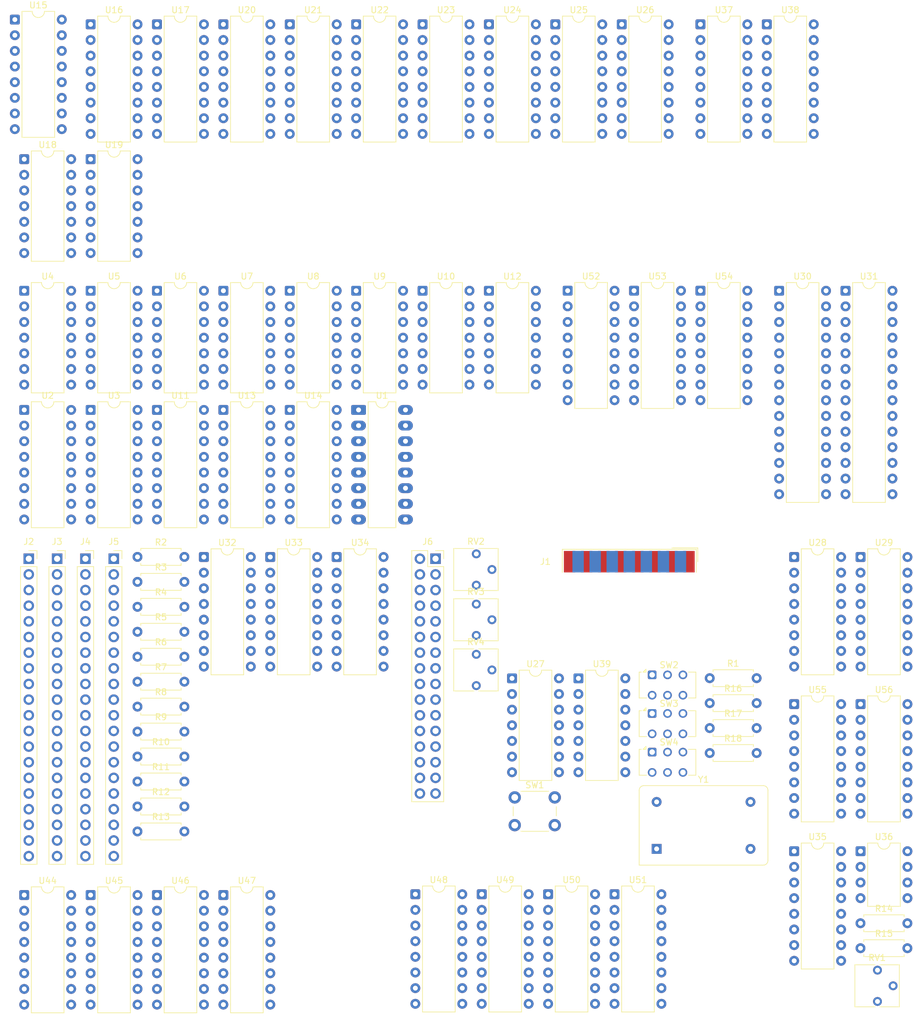
<source format=kicad_pcb>
(kicad_pcb (version 20241229) (generator "pcbnew") (generator_version "9.0")
  (layers (0 "F.Cu" signal) (2 "B.Cu" signal) (13 "F.Paste" user) (15 "B.Paste" user) (5 "F.SilkS" user "F.Silkscreen") (7 "B.SilkS" user "B.Silkscreen") (1 "F.Mask" user) (3 "B.Mask" user) (25 "Edge.Cuts" user))
  (net 0 "")
  (net 3 "GND")
  (net 4 "/VGA_B")
  (net 5 "/v_sync")
  (net 6 "/VGA_G")
  (net 8 "/h_sync")
  (net 11 "/VGA_R")
  (net 12 "Net-(J2-Pin_10)")
  (net 13 "Net-(J2-Pin_6)")
  (net 14 "+5V")
  (net 15 "Net-(J2-Pin_15)")
  (net 16 "Net-(J2-Pin_13)")
  (net 17 "Net-(J2-Pin_1)")
  (net 18 "Net-(J2-Pin_9)")
  (net 19 "Net-(J2-Pin_18)")
  (net 20 "Net-(J2-Pin_17)")
  (net 21 "Net-(J2-Pin_8)")
  (net 22 "Net-(J2-Pin_4)")
  (net 23 "Net-(J2-Pin_7)")
  (net 24 "Net-(J2-Pin_12)")
  (net 25 "Net-(J2-Pin_11)")
  (net 26 "Net-(J2-Pin_3)")
  (net 27 "Net-(J2-Pin_5)")
  (net 28 "Net-(J2-Pin_16)")
  (net 29 "Net-(J2-Pin_2)")
  (net 30 "Net-(J2-Pin_19)")
  (net 31 "Net-(J2-Pin_14)")
  (net 32 "Net-(J3-Pin_19)")
  (net 33 "/RAM_module/ext_graphics_source/data_srclk")
  (net 34 "Net-(J3-Pin_8)")
  (net 35 "Net-(J3-Pin_5)")
  (net 36 "Net-(J3-Pin_11)")
  (net 37 "Net-(J3-Pin_7)")
  (net 38 "Net-(J3-Pin_6)")
  (net 39 "/RAM_module/ext_graphics_source/i_addr_ser")
  (net 40 "/RAM_module/ext_graphics_source/data_~{srclr}")
  (net 41 "Net-(J3-Pin_9)")
  (net 42 "Net-(J3-Pin_2)")
  (net 43 "Net-(J3-Pin_3)")
  (net 44 "/RAM_module/ext_graphics_source/data_rclk")
  (net 45 "Net-(J3-Pin_10)")
  (net 46 "/RAM_module/ext_graphics_source/data_ser")
  (net 47 "/RAM_module/ext_graphics_source/j_addr_ser")
  (net 48 "Net-(J3-Pin_12)")
  (net 49 "Net-(J3-Pin_1)")
  (net 50 "Net-(J3-Pin_4)")
  (net 51 "/j_addr_2")
  (net 52 "/is_h_vis_area")
  (net 53 "/is_vis_area")
  (net 54 "/eo_frame")
  (net 55 "/j_addr_0")
  (net 56 "/ext_R")
  (net 57 "/ext_B")
  (net 58 "/i_addr2")
  (net 59 "/int_brightness")
  (net 60 "/j_addr_1")
  (net 61 "/i_addr6")
  (net 62 "/i_addr7")
  (net 63 "/j_addr_3")
  (net 64 "/ext_G")
  (net 65 "/i_addr5")
  (net 66 "/j_addr_4")
  (net 67 "/i_addr4")
  (net 68 "/eo_line")
  (net 69 "/j_addr_7")
  (net 70 "/i_addr1")
  (net 71 "/is_v_vis_area")
  (net 72 "/i_addr3")
  (net 73 "/j_addr_5")
  (net 74 "/j_addr_6")
  (net 75 "/i_addr0")
  (net 76 "/horizontal_counter/manual_rst")
  (net 77 "Net-(U35-I_OUT1)")
  (net 78 "Net-(U36A--)")
  (net 80 "Net-(SW2A-B)")
  (net 82 "Net-(SW3A-B)")
  (net 85 "Net-(SW4A-B)")
  (net 86 "/horizontal_counter/bit_3")
  (net 87 "Net-(U1-TC)")
  (net 88 "/horizontal_counter/~{rst}")
  (net 89 "/horizontal_counter/bit_1")
  (net 90 "/horizontal_counter/CLK")
  (net 91 "/horizontal_counter/bit_2")
  (net 92 "/horizontal_counter/bit_0")
  (net 93 "Net-(U2-TC)")
  (net 94 "/horizontal_counter/bit_6")
  (net 95 "/horizontal_counter/bit_7")
  (net 96 "/horizontal_counter/bit_4")
  (net 97 "/horizontal_counter/bit_5")
  (net 99 "/horizontal_counter/bit_8")
  (net 103 "/horizontal_counter/~{bit_5}")
  (net 104 "/horizontal_counter/~{bit_0}")
  (net 105 "/horizontal_counter/~{bit_2}")
  (net 106 "/horizontal_counter/~{bit_3}")
  (net 107 "/horizontal_counter/~{bit_1}")
  (net 108 "/horizontal_counter/~{bit_4}")
  (net 109 "/horizontal_counter/~{bit_7}")
  (net 110 "/horizontal_counter/rst")
  (net 111 "/horizontal_counter/~{bit_6}")
  (net 112 "Net-(U5-Pad13)")
  (net 113 "/horizontal_counter/eo_vis_200")
  (net 114 "Net-(U5-Pad11)")
  (net 115 "/horizontal_counter/~{bit_8}")
  (net 116 "Net-(U10-Pad3)")
  (net 117 "Net-(U10-Pad1)")
  (net 118 "/horizontal_counter/~{eo_line}")
  (net 119 "/vertical_counter/bit_0")
  (net 120 "/vertical_counter/bit_2")
  (net 121 "/horizontal_counter/eo_syncp_242")
  (net 122 "/vertical_counter/~{bit_1}")
  (net 123 "/horizontal_counter/eo_fporch_210")
  (net 124 "/vertical_counter/~{bit_2}")
  (net 125 "/vertical_counter/~{bit_0}")
  (net 126 "/vertical_counter/bit_1")
  (net 127 "Net-(U11A-J)")
  (net 129 "/horizontal_counter/~{is_h_vis_area}")
  (net 130 "/horizontal_counter/~{CLK}")
  (net 131 "/vertical_counter/eo_fporch_601")
  (net 132 "Net-(U24A-J)")
  (net 133 "/vertical_counter/rst")
  (net 134 "/vertical_counter/eo_syncp_605")
  (net 135 "/j_addr3")
  (net 136 "/j_addr0")
  (net 137 "/j_addr2")
  (net 138 "/j_addr1")
  (net 139 "/j_addr5")
  (net 140 "/j_addr7")
  (net 141 "/j_addr4")
  (net 142 "/j_addr6")
  (net 143 "Net-(U15-TC)")
  (net 145 "/vertical_counter/bit_3")
  (net 146 "/vertical_counter/bit_6")
  (net 147 "/vertical_counter/bit_4")
  (net 148 "/vertical_counter/bit_5")
  (net 150 "Net-(U16-TC)")
  (net 151 "/vertical_counter/bit_7")
  (net 152 "/vertical_counter/bit_9")
  (net 157 "/vertical_counter/bit_8")
  (net 158 "/vertical_counter/~{bit_3}")
  (net 159 "/vertical_counter/~{bit_4}")
  (net 160 "/vertical_counter/~{bit_6}")
  (net 161 "/vertical_counter/~{bit_8}")
  (net 162 "/vertical_counter/~{bit_7}")
  (net 163 "/vertical_counter/~{bit_5}")
  (net 164 "Net-(U19-Pad3)")
  (net 165 "Net-(U19-Pad9)")
  (net 166 "Net-(U19-Pad5)")
  (net 167 "/vertical_counter/~{rst}")
  (net 168 "/vertical_counter/~{bit_9}")
  (net 169 "/vertical_counter/eo_vis_600")
  (net 170 "Net-(U19-Pad11)")
  (net 172 "/vertical_counter/~{is_v_vis_area}")
  (net 184 "/RAM_module/RAM_state_controller/RAM0_~{CE}")
  (net 185 "/RAM_module/RAM_bus_mux/rbit_0")
  (net 186 "/RAM_module/RAM_bus_mux/w_j_addr0")
  (net 187 "/RAM_module/RAM_state_controller/RAM0_~{WE}")
  (net 188 "/RAM_module/RAM_state_controller/RAM1_~{WE}")
  (net 189 "/RAM_module/RAM_state_controller/RAM1_~{CE}")
  (net 190 "/RAM_module/RAM0_a10")
  (net 191 "/RAM_module/RAM0_a9")
  (net 192 "/RAM_module/RAM0_a7")
  (net 193 "/RAM_module/RAM0_d4")
  (net 194 "/RAM_module/RAM0_a6")
  (net 195 "/RAM_module/RAM0_a0")
  (net 196 "/RAM_module/RAM0_a13")
  (net 197 "/RAM_module/RAM0_a8")
  (net 198 "/RAM_module/RAM0_a12")
  (net 199 "/RAM_module/RAM0_a1")
  (net 200 "/RAM_module/RAM0_d5")
  (net 201 "/RAM_module/RAM0_a11")
  (net 202 "/RAM_module/RAM0_d6")
  (net 203 "/RAM_module/RAM0_d7")
  (net 204 "/RAM_module/RAM0_d2")
  (net 205 "/RAM_module/RAM0_d3")
  (net 206 "/RAM_module/RAM0_a14")
  (net 207 "/RAM_module/RAM0_a3")
  (net 208 "/RAM_module/RAM0_d0")
  (net 209 "/RAM_module/RAM0_a5")
  (net 210 "/RAM_module/RAM0_a2")
  (net 211 "/RAM_module/RAM0_d1")
  (net 212 "/RAM_module/RAM0_a4")
  (net 213 "/RAM_module/RAM1_d7")
  (net 214 "/RAM_module/RAM1_d5")
  (net 215 "/RAM_module/RAM1_a6")
  (net 216 "/RAM_module/RAM1_a11")
  (net 217 "/RAM_module/RAM1_d3")
  (net 218 "/RAM_module/RAM1_d1")
  (net 219 "/RAM_module/RAM1_a10")
  (net 220 "/RAM_module/RAM1_d6")
  (net 221 "/RAM_module/RAM1_a5")
  (net 222 "/RAM_module/RAM1_a7")
  (net 223 "/RAM_module/RAM1_a14")
  (net 224 "/RAM_module/RAM1_a2")
  (net 225 "/RAM_module/RAM1_d4")
  (net 226 "/RAM_module/RAM1_d0")
  (net 227 "/RAM_module/RAM1_a1")
  (net 228 "/RAM_module/RAM1_a3")
  (net 229 "/RAM_module/RAM1_a0")
  (net 230 "/RAM_module/RAM1_a4")
  (net 231 "/RAM_module/RAM1_a12")
  (net 232 "/RAM_module/RAM1_a13")
  (net 233 "/RAM_module/RAM1_d2")
  (net 234 "/RAM_module/RAM1_a8")
  (net 235 "/RAM_module/RAM1_a9")
  (net 236 "/RAM_module/RAM_bus_mux/15bit_2:1_MUX/I1_12")
  (net 237 "/RAM_module/RAM_bus_mux/15bit_2:1_MUX/I1_13")
  (net 239 "/RAM_module/RAM_bus_mux/15bit_2:1_MUX/I1_9")
  (net 240 "/RAM_module/RAM_bus_mux/15bit_2:1_MUX/I1_8")
  (net 241 "/RAM_module/RAM_bus_mux/15bit_2:1_MUX/I1_11")
  (net 242 "/RAM_module/RAM_bus_mux/15bit_2:1_MUX/I1_14")
  (net 243 "/RAM_module/RAM_bus_mux/15bit_2:1_MUX/I1_10")
  (net 244 "/RAM_module/RAM_bus_mux/15bit_2:1_MUX/I1_6")
  (net 245 "/RAM_module/RAM_bus_mux/15bit_2:1_MUX/I1_0")
  (net 247 "/RAM_module/RAM_bus_mux/15bit_2:1_MUX/I1_4")
  (net 248 "/RAM_module/RAM_bus_mux/15bit_2:1_MUX/I1_3")
  (net 249 "/RAM_module/RAM_bus_mux/15bit_2:1_MUX/I1_2")
  (net 250 "/RAM_module/RAM_bus_mux/15bit_2:1_MUX/I1_1")
  (net 251 "/RAM_module/RAM_bus_mux/15bit_2:1_MUX/I1_5")
  (net 252 "/RAM_module/RAM_bus_mux/15bit_2:1_MUX/I1_7")
  (net 253 "/RAM_module/RAM_bus_mux/w_data0")
  (net 254 "/RAM_module/RAM_bus_mux/w_data6")
  (net 255 "/RAM_module/RAM_bus_mux/w_data2")
  (net 256 "/RAM_module/RAM_bus_mux/w_data7")
  (net 257 "/RAM_module/RAM_bus_mux/w_data3")
  (net 258 "/RAM_module/RAM_bus_mux/w_data5")
  (net 259 "/RAM_module/RAM_bus_mux/w_data4")
  (net 260 "/RAM_module/RAM_bus_mux/w_data1")
  (net 262 "/ADC_module/D7")
  (net 263 "/ADC_module/D5")
  (net 264 "/ADC_module/D0")
  (net 265 "/ADC_module/D1")
  (net 266 "/ADC_module/D3")
  (net 269 "/ADC_module/D2")
  (net 270 "/ADC_module/D6")
  (net 271 "/ADC_module/D4")
  (net 402 "/RAM_module/RAM_bus_mux/RAM1_data1")
  (net 403 "/RAM_module/RAM_bus_mux/RAM0_data1")
  (net 404 "/RAM_module/RAM_bus_mux/RAM0_data2")
  (net 405 "/RAM_module/RAM_bus_mux/RAM0_data0")
  (net 406 "/RAM_module/RAM_bus_mux/RAM1_data0")
  (net 407 "/RAM_module/RAM_bus_mux/RAM1_data2")
  (net 408 "/RAM_module/RAM_bus_mux/RAM1_data3")
  (net 409 "/RAM_module/RAM_bus_mux/RAM1_data5")
  (net 410 "/RAM_module/RAM_bus_mux/RAM0_data5")
  (net 411 "/RAM_module/RAM_bus_mux/RAM1_data4")
  (net 412 "/RAM_module/RAM_bus_mux/RAM0_data4")
  (net 413 "/RAM_module/RAM_bus_mux/RAM0_data3")
  (net 415 "/RAM_module/RAM_bus_mux/RAM0_data6")
  (net 416 "/RAM_module/RAM_bus_mux/RAM0_data7")
  (net 417 "/RAM_module/RAM_bus_mux/RAM1_data6")
  (net 418 "/RAM_module/RAM_bus_mux/RAM1_data7")
  (footprint "Button_Switch_THT:SW_PUSH_6mm" (layer "F.Cu") (at 120.17 149.22)
    (property "Reference" "SW1")
    (property "Value" "rst_btn")
  )
  (footprint "Package_DIP:DIP-16_W7.62mm" (layer "F.Cu") (at 139.54 66.99)
    (property "Reference" "U53")
    (property "Value" "74HC4053")
  )
  (footprint "Package_DIP:DIP-14_W7.62mm" (layer "F.Cu") (at 94.42 67)
    (property "Reference" "U9")
    (property "Value" "74HC30")
  )
  (footprint "Package_DIP:DIP-16_W7.62mm" (layer "F.Cu") (at 150.32 23.77)
    (property "Reference" "U37")
    (property "Value" "74HC257")
  )
  (footprint "Package_DIP:DIP-16_W7.62mm" (layer "F.Cu") (at 137.54 23.77)
    (property "Reference" "U26")
    (property "Value" "74HC173")
  )
  (footprint "Package_DIP:DIP-16_W7.62mm" (layer "F.Cu") (at 176.32 134.08)
    (property "Reference" "U56")
    (property "Value" "74HC257")
  )
  (footprint "Package_DIP:DIP-16_W7.62mm" (layer "F.Cu") (at 83.64 23.77)
    (property "Reference" "U21")
    (property "Value" "74HC133")
  )
  (footprint "Button_Switch_THT:SW_CK_JS202011CQN_DPDT_Straight" (layer "F.Cu") (at 142.48 129.335)
    (property "Reference" "SW2")
    (property "Value" "SW_DPDT_x2")
  )
  (footprint "Package_DIP:DIP-14_W7.62mm" (layer "F.Cu") (at 72.86 67)
    (property "Reference" "U7")
    (property "Value" "74HC30")
  )
  (footprint "Package_DIP:DIP-16_W7.62mm" (layer "F.Cu") (at 72.86 165.06)
    (property "Reference" "U47")
    (property "Value" "74HC257")
  )
  (footprint "Package_DIP:DIP-16_W7.62mm" (layer "F.Cu") (at 126.76 23.77)
    (property "Reference" "U25")
    (property "Value" "74HC173")
  )
  (footprint "Potentiometer_THT:Potentiometer_Vishay_T73YP_Vertical" (layer "F.Cu") (at 179.07 182.33)
    (property "Reference" "RV1")
    (property "Value" "100K Pot")
  )
  (footprint "Connector_PinSocket_2.54mm:PinSocket_2x16_P2.54mm_Vertical" (layer "F.Cu") (at 107.31 110.49)
    (property "Reference" "J6")
    (property "Value" "Conn_02x16_Counter_Clockwise")
  )
  (footprint "Package_DIP:DIP-16_W7.62mm" (layer "F.Cu") (at 83.64 86.34)
    (property "Reference" "U14")
    (property "Value" "74HC173")
  )
  (footprint "Package_DIP:DIP-16_W7.62mm" (layer "F.Cu") (at 128.76 66.99)
    (property "Reference" "U52")
    (property "Value" "74HC4053")
  )
  (footprint "Resistor_THT:R_Axial_DIN0207_L6.3mm_D2.5mm_P7.62mm_Horizontal" (layer "F.Cu") (at 58.91 146.64)
    (property "Reference" "R11")
    (property "Value" "330")
  )
  (footprint "Resistor_THT:R_Axial_DIN0207_L6.3mm_D2.5mm_P7.62mm_Horizontal" (layer "F.Cu") (at 176.31 173.69)
    (property "Reference" "R15")
    (property "Value" "1K")
  )
  (footprint "Resistor_THT:R_Axial_DIN0207_L6.3mm_D2.5mm_P7.62mm_Horizontal" (layer "F.Cu") (at 58.91 138.54)
    (property "Reference" "R9")
    (property "Value" "330")
  )
  (footprint "Package_DIP:DIP-16_W7.62mm" (layer "F.Cu") (at 80.47 110.21)
    (property "Reference" "U33")
    (property "Value" "74AHC595")
  )
  (footprint "Connector_PinSocket_2.54mm:PinSocket_1x20_P2.54mm_Vertical" (layer "F.Cu") (at 55.06 110.49)
    (property "Reference" "J5")
    (property "Value" "Conn_01x20")
  )
  (footprint "Package_DIP:DIP-14_W7.62mm" (layer "F.Cu") (at 40.52 67)
    (property "Reference" "U4")
    (property "Value" "74HC04")
  )
  (footprint "Package_DIP:DIP-16_W7.62mm" (layer "F.Cu") (at 62.08 165.06)
    (property "Reference" "U46")
    (property "Value" "74HC257")
  )
  (footprint "Resistor_THT:R_Axial_DIN0207_L6.3mm_D2.5mm_P7.62mm_Horizontal" (layer "F.Cu") (at 58.91 114.24)
    (property "Reference" "R3")
    (property "Value" "330")
  )
  (footprint "Package_DIP:DIP-14_W7.62mm" (layer "F.Cu") (at 119.73 129.9)
    (property "Reference" "U27")
    (property "Value" "74HC04")
  )
  (footprint "Potentiometer_THT:Potentiometer_Vishay_T73YP_Vertical" (layer "F.Cu") (at 113.93 131.08)
    (property "Reference" "RV4")
    (property "Value" "10K Pot")
  )
  (footprint "Package_DIP:DIP-16_W7.62mm" (layer "F.Cu") (at 115.98 23.77)
    (property "Reference" "U24")
    (property "Value" "74HC112")
  )
  (footprint "Package_DIP:DIP-16_W7.62mm" (layer "F.Cu") (at 125.59 164.93)
    (property "Reference" "U50")
    (property "Value" "74HC257")
  )
  (footprint "Package_DIP:DIP-16_W7.62mm" (layer "F.Cu") (at 136.37 164.93)
    (property "Reference" "U51")
    (property "Value" "74HC257")
  )
  (footprint "Package_DIP:DIP-16_W7.62mm" (layer "F.Cu") (at 69.69 110.21)
    (property "Reference" "U32")
    (property "Value" "74AHC595")
  )
  (footprint "Package_DIP:DIP-16_W7.62mm" (layer "F.Cu") (at 51.3 23.77)
    (property "Reference" "U16")
    (property "Value" "74HC161")
  )
  (footprint "Package_DIP:DIP-16_W7.62mm" (layer "F.Cu") (at 51.3 86.34)
    (property "Reference" "U3")
    (property "Value" "74HC161")
  )
  (footprint "Resistor_THT:R_Axial_DIN0207_L6.3mm_D2.5mm_P7.62mm_Horizontal" (layer "F.Cu") (at 58.91 118.29)
    (property "Reference" "R4")
    (property "Value" "330")
  )
  (footprint "Package_DIP:DIP-14_W7.62mm" (layer "F.Cu") (at 115.98 67)
    (property "Reference" "U12")
    (property "Value" "74HC32")
  )
  (footprint "Package_DIP:DIP-14_W7.62mm" (layer "F.Cu") (at 51.3 45.65)
    (property "Reference" "U19")
    (property "Value" "74HC04")
  )
  (footprint "Connector_Dsub:DSUB-15_Socket_EdgeMount_P2.77mm" (layer "F.Cu") (at 138.77 110.965)
    (property "Reference" "J1")
    (property "Value" "DE15_Socket_HighDensity")
  )
  (footprint "Package_DIP:DIP-28_W7.62mm" (layer "F.Cu") (at 163.1 67)
    (property "Reference" "U30")
    (property "Value" "CY7C199")
  )
  (footprint "Resistor_THT:R_Axial_DIN0207_L6.3mm_D2.5mm_P7.62mm_Horizontal" (layer "F.Cu") (at 58.91 126.39)
    (property "Reference" "R6")
    (property "Value" "330")
  )
  (footprint "Resistor_THT:R_Axial_DIN0207_L6.3mm_D2.5mm_P7.62mm_Horizontal" (layer "F.Cu") (at 58.91 154.74)
    (property "Reference" "R13")
    (property "Value" "330")
  )
  (footprint "Package_DIP:DIP-16_W7.62mm" (layer "F.Cu") (at 62.08 86.34)
    (property "Reference" "U11")
    (property "Value" "74HC112")
  )
  (footprint "Package_DIP:DIP-16_W7.62mm" (layer "F.Cu") (at 51.3 165.06)
    (property "Reference" "U45")
    (property "Value" "74HC257")
  )
  (footprint "Package_DIP:DIP-14_W7.62mm" (layer "F.Cu") (at 105.2 67)
    (property "Reference" "U10")
    (property "Value" "74HC04")
  )
  (footprint "Resistor_THT:R_Axial_DIN0207_L6.3mm_D2.5mm_P7.62mm_Horizontal" (layer "F.Cu") (at 58.91 142.59)
    (property "Reference" "R10")
    (property "Value" "330")
  )
  (footprint "Package_DIP:DIP-16_W7.62mm" (layer "F.Cu") (at 165.54 134.08)
    (property "Reference" "U55")
    (property "Value" "74HC257")
  )
  (footprint "Package_DIP:DIP-14_W7.62mm" (layer "F.Cu") (at 40.52 45.65)
    (property "Reference" "U18")
    (property "Value" "74HC04")
  )
  (footprint "Package_DIP:DIP-16_W7.62mm" (layer "F.Cu") (at 165.54 157.95)
    (property "Reference" "U35")
    (property "Value" "AD7523JN")
  )
  (footprint "Package_DIP:DIP-16_W7.62mm" (layer "F.Cu") (at 114.81 164.93)
    (property "Reference" "U49")
    (property "Value" "74HC257")
  )
  (footprint "Resistor_THT:R_Axial_DIN0207_L6.3mm_D2.5mm_P7.62mm_Horizontal" (layer "F.Cu") (at 151.83 129.87)
    (property "Reference" "R1")
    (property "Value" "1k")
  )
  (footprint "Package_DIP:DIP-14_W7.62mm" (layer "F.Cu") (at 62.08 67)
    (property "Reference" "U6")
    (property "Value" "74HC30")
  )
  (footprint "Connector_PinSocket_2.54mm:PinSocket_1x20_P2.54mm_Vertical" (layer "F.Cu") (at 45.86 110.49)
    (property "Reference" "J3")
    (property "Value" "Conn_01x20")
  )
  (footprint "Resistor_THT:R_Axial_DIN0207_L6.3mm_D2.5mm_P7.62mm_Horizontal" (layer "F.Cu") (at 58.91 150.69)
    (property "Reference" "R12")
    (property "Value" "330")
  )
  (footprint "Potentiometer_THT:Potentiometer_Vishay_T73YP_Vertical" (layer "F.Cu") (at 113.93 114.78)
    (property "Reference" "RV2")
    (property "Value" "10K Pot")
  )
  (footprint "Resistor_THT:R_Axial_DIN0207_L6.3mm_D2.5mm_P7.62mm_Horizontal" (layer "F.Cu") (at 58.91 122.34)
    (property "Reference" "R5")
    (property "Value" "330")
  )
  (footprint "Button_Switch_THT:SW_CK_JS202011CQN_DPDT_Straight" (layer "F.Cu") (at 142.48 135.6)
    (property "Reference" "SW3")
    (property "Value" "SW_DPDT_x2")
  )
  (footprint "Package_DIP:DIP-16_W7.62mm_LongPads" (layer "F.Cu") (at 94.81 86.34)
    (property "Reference" "U1")
    (property "Value" "74HC161")
  )
  (footprint "Package_DIP:DIP-16_W7.62mm" (layer "F.Cu") (at 40.52 86.34)
    (property "Reference" "U2")
    (property "Value" "74HC161")
  )
  (footprint "Package_DIP:DIP-14_W7.62mm" (layer "F.Cu") (at 83.64 67)
    (property "Reference" "U8")
    (property "Value" "74HC30")
  )
  (footprint "Package_DIP:DIP-28_W7.62mm" (layer "F.Cu") (at 173.88 67)
    (property "Reference" "U31")
    (property "Value" "CY7C199")
  )
  (footprint "Package_DIP:DIP-16_W7.62mm" (layer "F.Cu") (at 91.25 110.21)
    (property "Reference" "U34")
    (property "Value" "74AHC595")
  )
  (footprint "Package_DIP:DIP-16_W7.62mm" (layer "F.Cu") (at 94.42 23.77)
    (property "Reference" "U22")
    (property "Value" "74HC133")
  )
  (footprint "Connector_PinSocket_2.54mm:PinSocket_1x20_P2.54mm_Vertical" (layer "F.Cu") (at 41.26 110.49)
    (property "Reference" "J2")
    (property "Value" "Conn_01x20")
  )
  (footprint "Package_DIP:DIP-16_W7.62mm" (layer "F.Cu") (at 40.52 165.06)
    (property "Reference" "U44")
    (property "Value" "74HC257")
  )
  (footprint "Resistor_THT:R_Axial_DIN0207_L6.3mm_D2.5mm_P7.62mm_Horizontal" (layer "F.Cu") (at 151.83 142.02)
    (property "Reference" "R18")
    (property "Value" "1K")
  )
  (footprint "Package_DIP:DIP-16_W7.62mm" (layer "F.Cu") (at 176.32 110.21)
    (property "Reference" "U29")
    (property "Value" "74HC253")
  )
  (footprint "Package_DIP:DIP-14_W7.62mm" (layer "F.Cu") (at 51.3 67)
    (property "Reference" "U5")
    (property "Value" "74HC04")
  )
  (footprint "Package_DIP:DIP-16_W7.62mm" (layer "F.Cu") (at 104.03 164.93)
    (property "Reference" "U48")
    (property "Value" "74HC257")
  )
  (footprint "Package_DIP:DIP-16_W7.62mm" (layer "F.Cu") (at 72.86 23.77)
    (property "Reference" "U20")
    (property "Value" "74HC133")
  )
  (footprint "Resistor_THT:R_Axial_DIN0207_L6.3mm_D2.5mm_P7.62mm_Horizontal" (layer "F.Cu") (at 58.91 110.19)
    (property "Reference" "R2")
    (property "Value" "330")
  )
  (footprint "Resistor_THT:R_Axial_DIN0207_L6.3mm_D2.5mm_P7.62mm_Horizontal" (layer "F.Cu") (at 58.91 130.44)
    (property "Reference" "R7")
    (property "Value" "330")
  )
  (footprint "Package_DIP:DIP-16_W7.62mm" (layer "F.Cu") (at 62.08 23.77)
    (property "Reference" "U17")
    (property "Value" "74HC161")
  )
  (footprint "Resistor_THT:R_Axial_DIN0207_L6.3mm_D2.5mm_P7.62mm_Horizontal" (layer "F.Cu") (at 151.83 133.92)
    (property "Reference" "R16")
    (property "Value" "1K")
  )
  (footprint "Package_DIP:DIP-14_W7.62mm" (layer "F.Cu") (at 130.51 129.9)
    (property "Reference" "U39")
    (property "Value" "74HC02")
  )
  (footprint "Potentiometer_THT:Potentiometer_Vishay_T73YP_Vertical" (layer "F.Cu") (at 113.93 122.93)
    (property "Reference" "RV3")
    (property "Value" "10K Pot")
  )
  (footprint "Oscillator:Oscillator_DIP-14" (layer "F.Cu") (at 143.21 157.57)
    (property "Reference" "Y1")
    (property "Value" "10MHz")
  )
  (footprint "Button_Switch_THT:SW_CK_JS202011CQN_DPDT_Straight" (layer "F.Cu") (at 142.48 141.865)
    (property "Reference" "SW4")
    (property "Value" "SW_DPDT_x2")
  )
  (footprint "Resistor_THT:R_Axial_DIN0207_L6.3mm_D2.5mm_P7.62mm_Horizontal" (layer "F.Cu") (at 176.31 169.64)
    (property "Reference" "R14")
    (property "Value" "330")
  )
  (footprint "Package_DIP:DIP-16_W7.62mm" (layer "F.Cu") (at 150.32 66.99)
    (property "Reference" "U54")
    (property "Value" "74HC4053")
  )
  (footprint "Package_DIP:DIP-8_W7.62mm" (layer "F.Cu") (at 176.32 157.95)
    (property "Reference" "U36")
    (property "Value" "LM358")
  )
  (footprint "Package_DIP:DIP-16_W7.62mm" (layer "F.Cu") (at 165.54 110.21)
    (property "Reference" "U28")
    (property "Value" "74HC253")
  )
  (footprint "Package_DIP:DIP-16_W7.62mm" (layer "F.Cu") (at 39 23)
    (property "Reference" "U15")
    (property "Value" "74HC161")
  )
  (footprint "Package_DIP:DIP-16_W7.62mm" (layer "F.Cu") (at 161.1 23.77)
    (property "Reference" "U38")
    (property "Value" "74HC257")
  )
  (footprint "Connector_PinSocket_2.54mm:PinSocket_1x20_P2.54mm_Vertical" (layer "F.Cu") (at 50.46 110.49)
    (property "Reference" "J4")
    (property "Value" "Conn_01x20")
  )
  (footprint "Package_DIP:DIP-16_W7.62mm" (layer "F.Cu") (at 72.86 86.34)
    (property "Reference" "U13")
    (property "Value" "74HC173")
  )
  (footprint "Package_DIP:DIP-16_W7.62mm" (layer "F.Cu") (at 105.2 23.77)
    (property "Reference" "U23")
    (property "Value" "74HC133")
  )
  (footprint "Resistor_THT:R_Axial_DIN0207_L6.3mm_D2.5mm_P7.62mm_Horizontal" (layer "F.Cu") (at 151.83 137.97)
    (property "Reference" "R17")
    (property "Value" "1K")
  )
  (footprint "Resistor_THT:R_Axial_DIN0207_L6.3mm_D2.5mm_P7.62mm_Horizontal" (layer "F.Cu") (at 58.91 134.49)
    (property "Reference" "R8")
    (property "Value" "330")
  )
)
</source>
